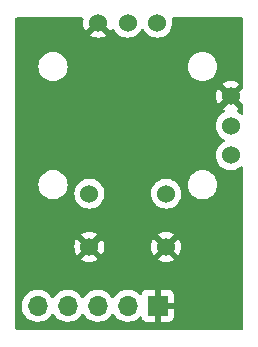
<source format=gbr>
%TF.GenerationSoftware,KiCad,Pcbnew,(6.0.1)*%
%TF.CreationDate,2022-04-14T00:08:53-05:00*%
%TF.ProjectId,THB001P,54484230-3031-4502-9e6b-696361645f70,rev?*%
%TF.SameCoordinates,Original*%
%TF.FileFunction,Copper,L2,Bot*%
%TF.FilePolarity,Positive*%
%FSLAX46Y46*%
G04 Gerber Fmt 4.6, Leading zero omitted, Abs format (unit mm)*
G04 Created by KiCad (PCBNEW (6.0.1)) date 2022-04-14 00:08:53*
%MOMM*%
%LPD*%
G01*
G04 APERTURE LIST*
%TA.AperFunction,ComponentPad*%
%ADD10R,1.700000X1.700000*%
%TD*%
%TA.AperFunction,ComponentPad*%
%ADD11O,1.700000X1.700000*%
%TD*%
%TA.AperFunction,ComponentPad*%
%ADD12C,1.524000*%
%TD*%
G04 APERTURE END LIST*
D10*
%TO.P,J1,1,Pin_1*%
%TO.N,GND*%
X111755000Y-124460000D03*
D11*
%TO.P,J1,2,Pin_2*%
%TO.N,+3V3*%
X109215000Y-124460000D03*
%TO.P,J1,3,Pin_3*%
%TO.N,/2*%
X106675000Y-124460000D03*
%TO.P,J1,4,Pin_4*%
%TO.N,/2'*%
X104135000Y-124460000D03*
%TO.P,J1,5,Pin_5*%
%TO.N,/Button*%
X101595000Y-124460000D03*
%TD*%
D12*
%TO.P,U1,1,1*%
%TO.N,+3V3*%
X111720000Y-100490000D03*
%TO.P,U1,1',1'*%
X117950000Y-111720000D03*
%TO.P,U1,2,2*%
%TO.N,/2*%
X109220000Y-100490000D03*
%TO.P,U1,2',2'*%
%TO.N,/2'*%
X117950000Y-109220000D03*
%TO.P,U1,3,3*%
%TO.N,GND*%
X106720000Y-100490000D03*
%TO.P,U1,3',3'*%
X117950000Y-106720000D03*
%TO.P,U1,a,a*%
%TO.N,/Button*%
X105970000Y-114970000D03*
%TO.P,U1,b,b*%
X112470000Y-114970000D03*
%TO.P,U1,c,c*%
%TO.N,GND*%
X105970000Y-119470000D03*
%TO.P,U1,d,d*%
X112470000Y-119470000D03*
%TD*%
%TA.AperFunction,Conductor*%
%TO.N,GND*%
G36*
X105427547Y-100068002D02*
G01*
X105474040Y-100121658D01*
X105484144Y-100191932D01*
X105481133Y-100206611D01*
X105465941Y-100263309D01*
X105464038Y-100274104D01*
X105445628Y-100484525D01*
X105445628Y-100495475D01*
X105464038Y-100705896D01*
X105465941Y-100716691D01*
X105520609Y-100920715D01*
X105524355Y-100931007D01*
X105613623Y-101122441D01*
X105619103Y-101131932D01*
X105649794Y-101175765D01*
X105660271Y-101184140D01*
X105673718Y-101177072D01*
X106630905Y-100219885D01*
X106693217Y-100185859D01*
X106764032Y-100190924D01*
X106809095Y-100219885D01*
X107767003Y-101177793D01*
X107778777Y-101184223D01*
X107790793Y-101174926D01*
X107820897Y-101131932D01*
X107826377Y-101122441D01*
X107855529Y-101059925D01*
X107902447Y-101006640D01*
X107970724Y-100987179D01*
X108038684Y-101007721D01*
X108083919Y-101059925D01*
X108113186Y-101122689D01*
X108113189Y-101122694D01*
X108115512Y-101127676D01*
X108118668Y-101132183D01*
X108118669Y-101132185D01*
X108155107Y-101184223D01*
X108243023Y-101309781D01*
X108400219Y-101466977D01*
X108404727Y-101470134D01*
X108404730Y-101470136D01*
X108480495Y-101523187D01*
X108582323Y-101594488D01*
X108587305Y-101596811D01*
X108587310Y-101596814D01*
X108777810Y-101685645D01*
X108783804Y-101688440D01*
X108789112Y-101689862D01*
X108789114Y-101689863D01*
X108854949Y-101707503D01*
X108998537Y-101745978D01*
X109220000Y-101765353D01*
X109441463Y-101745978D01*
X109585051Y-101707503D01*
X109650886Y-101689863D01*
X109650888Y-101689862D01*
X109656196Y-101688440D01*
X109662190Y-101685645D01*
X109852690Y-101596814D01*
X109852695Y-101596811D01*
X109857677Y-101594488D01*
X109959505Y-101523187D01*
X110035270Y-101470136D01*
X110035273Y-101470134D01*
X110039781Y-101466977D01*
X110196977Y-101309781D01*
X110284894Y-101184223D01*
X110321331Y-101132185D01*
X110321332Y-101132183D01*
X110324488Y-101127676D01*
X110326811Y-101122694D01*
X110326814Y-101122689D01*
X110355805Y-101060517D01*
X110402723Y-101007232D01*
X110471000Y-100987771D01*
X110538960Y-101008313D01*
X110584195Y-101060517D01*
X110613186Y-101122689D01*
X110613189Y-101122694D01*
X110615512Y-101127676D01*
X110618668Y-101132183D01*
X110618669Y-101132185D01*
X110655107Y-101184223D01*
X110743023Y-101309781D01*
X110900219Y-101466977D01*
X110904727Y-101470134D01*
X110904730Y-101470136D01*
X110980495Y-101523187D01*
X111082323Y-101594488D01*
X111087305Y-101596811D01*
X111087310Y-101596814D01*
X111277810Y-101685645D01*
X111283804Y-101688440D01*
X111289112Y-101689862D01*
X111289114Y-101689863D01*
X111354949Y-101707503D01*
X111498537Y-101745978D01*
X111720000Y-101765353D01*
X111941463Y-101745978D01*
X112085051Y-101707503D01*
X112150886Y-101689863D01*
X112150888Y-101689862D01*
X112156196Y-101688440D01*
X112162190Y-101685645D01*
X112352690Y-101596814D01*
X112352695Y-101596811D01*
X112357677Y-101594488D01*
X112459505Y-101523187D01*
X112535270Y-101470136D01*
X112535273Y-101470134D01*
X112539781Y-101466977D01*
X112696977Y-101309781D01*
X112784894Y-101184223D01*
X112821331Y-101132185D01*
X112821332Y-101132183D01*
X112824488Y-101127676D01*
X112826811Y-101122694D01*
X112826814Y-101122689D01*
X112916117Y-100931178D01*
X112916118Y-100931177D01*
X112918440Y-100926196D01*
X112975978Y-100711463D01*
X112995353Y-100490000D01*
X112975978Y-100268537D01*
X112959385Y-100206611D01*
X112961075Y-100135635D01*
X113000869Y-100076839D01*
X113066133Y-100048891D01*
X113081092Y-100048000D01*
X118866000Y-100048000D01*
X118934121Y-100068002D01*
X118980614Y-100121658D01*
X118992000Y-100174000D01*
X118992000Y-105985020D01*
X118971998Y-106053141D01*
X118955095Y-106074115D01*
X118322022Y-106707188D01*
X118314408Y-106721132D01*
X118314539Y-106722965D01*
X118318790Y-106729580D01*
X118955095Y-107365885D01*
X118989121Y-107428197D01*
X118992000Y-107454980D01*
X118992000Y-108161052D01*
X118971998Y-108229173D01*
X118918342Y-108275666D01*
X118848068Y-108285770D01*
X118783488Y-108256276D01*
X118776905Y-108250147D01*
X118769781Y-108243023D01*
X118765273Y-108239866D01*
X118765270Y-108239864D01*
X118689505Y-108186813D01*
X118587677Y-108115512D01*
X118582695Y-108113189D01*
X118582690Y-108113186D01*
X118519926Y-108083919D01*
X118466641Y-108037001D01*
X118447180Y-107968724D01*
X118467722Y-107900764D01*
X118519926Y-107855529D01*
X118582445Y-107826376D01*
X118591931Y-107820898D01*
X118635764Y-107790207D01*
X118644139Y-107779729D01*
X118637071Y-107766281D01*
X117962812Y-107092022D01*
X117948868Y-107084408D01*
X117947035Y-107084539D01*
X117940420Y-107088790D01*
X117262207Y-107767003D01*
X117255777Y-107778777D01*
X117265074Y-107790793D01*
X117308069Y-107820898D01*
X117317555Y-107826376D01*
X117380075Y-107855529D01*
X117433360Y-107902446D01*
X117452821Y-107970723D01*
X117432279Y-108038683D01*
X117380075Y-108083919D01*
X117317311Y-108113186D01*
X117317306Y-108113189D01*
X117312324Y-108115512D01*
X117307817Y-108118668D01*
X117307815Y-108118669D01*
X117134730Y-108239864D01*
X117134727Y-108239866D01*
X117130219Y-108243023D01*
X116973023Y-108400219D01*
X116969866Y-108404727D01*
X116969864Y-108404730D01*
X116848669Y-108577815D01*
X116845512Y-108582324D01*
X116843189Y-108587306D01*
X116843186Y-108587311D01*
X116753883Y-108778822D01*
X116751560Y-108783804D01*
X116694022Y-108998537D01*
X116674647Y-109220000D01*
X116694022Y-109441463D01*
X116751560Y-109656196D01*
X116753882Y-109661177D01*
X116753883Y-109661178D01*
X116843186Y-109852689D01*
X116843189Y-109852694D01*
X116845512Y-109857676D01*
X116848668Y-109862183D01*
X116848669Y-109862185D01*
X116908000Y-109946918D01*
X116973023Y-110039781D01*
X117130219Y-110196977D01*
X117134727Y-110200134D01*
X117134730Y-110200136D01*
X117210495Y-110253187D01*
X117312323Y-110324488D01*
X117317305Y-110326811D01*
X117317310Y-110326814D01*
X117379483Y-110355805D01*
X117432768Y-110402722D01*
X117452229Y-110470999D01*
X117431687Y-110538959D01*
X117379483Y-110584195D01*
X117317311Y-110613186D01*
X117317306Y-110613189D01*
X117312324Y-110615512D01*
X117307817Y-110618668D01*
X117307815Y-110618669D01*
X117134730Y-110739864D01*
X117134727Y-110739866D01*
X117130219Y-110743023D01*
X116973023Y-110900219D01*
X116969866Y-110904727D01*
X116969864Y-110904730D01*
X116848669Y-111077815D01*
X116845512Y-111082324D01*
X116843189Y-111087306D01*
X116843186Y-111087311D01*
X116753883Y-111278822D01*
X116751560Y-111283804D01*
X116694022Y-111498537D01*
X116674647Y-111720000D01*
X116694022Y-111941463D01*
X116751560Y-112156196D01*
X116753882Y-112161177D01*
X116753883Y-112161178D01*
X116843186Y-112352689D01*
X116843189Y-112352694D01*
X116845512Y-112357676D01*
X116848668Y-112362183D01*
X116848669Y-112362185D01*
X116908000Y-112446918D01*
X116973023Y-112539781D01*
X117130219Y-112696977D01*
X117134727Y-112700134D01*
X117134730Y-112700136D01*
X117210495Y-112753187D01*
X117312323Y-112824488D01*
X117317305Y-112826811D01*
X117317310Y-112826814D01*
X117508822Y-112916117D01*
X117513804Y-112918440D01*
X117519112Y-112919862D01*
X117519114Y-112919863D01*
X117584949Y-112937503D01*
X117728537Y-112975978D01*
X117950000Y-112995353D01*
X118171463Y-112975978D01*
X118315051Y-112937503D01*
X118380886Y-112919863D01*
X118380888Y-112919862D01*
X118386196Y-112918440D01*
X118391178Y-112916117D01*
X118582690Y-112826814D01*
X118582695Y-112826811D01*
X118587677Y-112824488D01*
X118689505Y-112753187D01*
X118765270Y-112700136D01*
X118765273Y-112700134D01*
X118769781Y-112696977D01*
X118776905Y-112689853D01*
X118839217Y-112655827D01*
X118910032Y-112660892D01*
X118966868Y-112703439D01*
X118991679Y-112769959D01*
X118992000Y-112778948D01*
X118992000Y-126366000D01*
X118971998Y-126434121D01*
X118918342Y-126480614D01*
X118866000Y-126492000D01*
X99814000Y-126492000D01*
X99745879Y-126471998D01*
X99699386Y-126418342D01*
X99688000Y-126366000D01*
X99688000Y-124426695D01*
X100232251Y-124426695D01*
X100245110Y-124649715D01*
X100246247Y-124654761D01*
X100246248Y-124654767D01*
X100260606Y-124718475D01*
X100294222Y-124867639D01*
X100378266Y-125074616D01*
X100429942Y-125158944D01*
X100492291Y-125260688D01*
X100494987Y-125265088D01*
X100641250Y-125433938D01*
X100813126Y-125576632D01*
X101006000Y-125689338D01*
X101214692Y-125769030D01*
X101219760Y-125770061D01*
X101219763Y-125770062D01*
X101327017Y-125791883D01*
X101433597Y-125813567D01*
X101438772Y-125813757D01*
X101438774Y-125813757D01*
X101651673Y-125821564D01*
X101651677Y-125821564D01*
X101656837Y-125821753D01*
X101661957Y-125821097D01*
X101661959Y-125821097D01*
X101873288Y-125794025D01*
X101873289Y-125794025D01*
X101878416Y-125793368D01*
X101883366Y-125791883D01*
X102087429Y-125730661D01*
X102087434Y-125730659D01*
X102092384Y-125729174D01*
X102292994Y-125630896D01*
X102474860Y-125501173D01*
X102633096Y-125343489D01*
X102692594Y-125260689D01*
X102763453Y-125162077D01*
X102764776Y-125163028D01*
X102811645Y-125119857D01*
X102881580Y-125107625D01*
X102947026Y-125135144D01*
X102974875Y-125166994D01*
X103034987Y-125265088D01*
X103181250Y-125433938D01*
X103353126Y-125576632D01*
X103546000Y-125689338D01*
X103754692Y-125769030D01*
X103759760Y-125770061D01*
X103759763Y-125770062D01*
X103867017Y-125791883D01*
X103973597Y-125813567D01*
X103978772Y-125813757D01*
X103978774Y-125813757D01*
X104191673Y-125821564D01*
X104191677Y-125821564D01*
X104196837Y-125821753D01*
X104201957Y-125821097D01*
X104201959Y-125821097D01*
X104413288Y-125794025D01*
X104413289Y-125794025D01*
X104418416Y-125793368D01*
X104423366Y-125791883D01*
X104627429Y-125730661D01*
X104627434Y-125730659D01*
X104632384Y-125729174D01*
X104832994Y-125630896D01*
X105014860Y-125501173D01*
X105173096Y-125343489D01*
X105232594Y-125260689D01*
X105303453Y-125162077D01*
X105304776Y-125163028D01*
X105351645Y-125119857D01*
X105421580Y-125107625D01*
X105487026Y-125135144D01*
X105514875Y-125166994D01*
X105574987Y-125265088D01*
X105721250Y-125433938D01*
X105893126Y-125576632D01*
X106086000Y-125689338D01*
X106294692Y-125769030D01*
X106299760Y-125770061D01*
X106299763Y-125770062D01*
X106407017Y-125791883D01*
X106513597Y-125813567D01*
X106518772Y-125813757D01*
X106518774Y-125813757D01*
X106731673Y-125821564D01*
X106731677Y-125821564D01*
X106736837Y-125821753D01*
X106741957Y-125821097D01*
X106741959Y-125821097D01*
X106953288Y-125794025D01*
X106953289Y-125794025D01*
X106958416Y-125793368D01*
X106963366Y-125791883D01*
X107167429Y-125730661D01*
X107167434Y-125730659D01*
X107172384Y-125729174D01*
X107372994Y-125630896D01*
X107554860Y-125501173D01*
X107713096Y-125343489D01*
X107772594Y-125260689D01*
X107843453Y-125162077D01*
X107844776Y-125163028D01*
X107891645Y-125119857D01*
X107961580Y-125107625D01*
X108027026Y-125135144D01*
X108054875Y-125166994D01*
X108114987Y-125265088D01*
X108261250Y-125433938D01*
X108433126Y-125576632D01*
X108626000Y-125689338D01*
X108834692Y-125769030D01*
X108839760Y-125770061D01*
X108839763Y-125770062D01*
X108947017Y-125791883D01*
X109053597Y-125813567D01*
X109058772Y-125813757D01*
X109058774Y-125813757D01*
X109271673Y-125821564D01*
X109271677Y-125821564D01*
X109276837Y-125821753D01*
X109281957Y-125821097D01*
X109281959Y-125821097D01*
X109493288Y-125794025D01*
X109493289Y-125794025D01*
X109498416Y-125793368D01*
X109503366Y-125791883D01*
X109707429Y-125730661D01*
X109707434Y-125730659D01*
X109712384Y-125729174D01*
X109912994Y-125630896D01*
X110094860Y-125501173D01*
X110162331Y-125433938D01*
X110203479Y-125392933D01*
X110265851Y-125359017D01*
X110336658Y-125364205D01*
X110393419Y-125406851D01*
X110410401Y-125437954D01*
X110451676Y-125548054D01*
X110460214Y-125563649D01*
X110536715Y-125665724D01*
X110549276Y-125678285D01*
X110651351Y-125754786D01*
X110666946Y-125763324D01*
X110787394Y-125808478D01*
X110802649Y-125812105D01*
X110853514Y-125817631D01*
X110860328Y-125818000D01*
X111482885Y-125818000D01*
X111498124Y-125813525D01*
X111499329Y-125812135D01*
X111501000Y-125804452D01*
X111501000Y-125799884D01*
X112009000Y-125799884D01*
X112013475Y-125815123D01*
X112014865Y-125816328D01*
X112022548Y-125817999D01*
X112649669Y-125817999D01*
X112656490Y-125817629D01*
X112707352Y-125812105D01*
X112722604Y-125808479D01*
X112843054Y-125763324D01*
X112858649Y-125754786D01*
X112960724Y-125678285D01*
X112973285Y-125665724D01*
X113049786Y-125563649D01*
X113058324Y-125548054D01*
X113103478Y-125427606D01*
X113107105Y-125412351D01*
X113112631Y-125361486D01*
X113113000Y-125354672D01*
X113113000Y-124732115D01*
X113108525Y-124716876D01*
X113107135Y-124715671D01*
X113099452Y-124714000D01*
X112027115Y-124714000D01*
X112011876Y-124718475D01*
X112010671Y-124719865D01*
X112009000Y-124727548D01*
X112009000Y-125799884D01*
X111501000Y-125799884D01*
X111501000Y-124187885D01*
X112009000Y-124187885D01*
X112013475Y-124203124D01*
X112014865Y-124204329D01*
X112022548Y-124206000D01*
X113094884Y-124206000D01*
X113110123Y-124201525D01*
X113111328Y-124200135D01*
X113112999Y-124192452D01*
X113112999Y-123565331D01*
X113112629Y-123558510D01*
X113107105Y-123507648D01*
X113103479Y-123492396D01*
X113058324Y-123371946D01*
X113049786Y-123356351D01*
X112973285Y-123254276D01*
X112960724Y-123241715D01*
X112858649Y-123165214D01*
X112843054Y-123156676D01*
X112722606Y-123111522D01*
X112707351Y-123107895D01*
X112656486Y-123102369D01*
X112649672Y-123102000D01*
X112027115Y-123102000D01*
X112011876Y-123106475D01*
X112010671Y-123107865D01*
X112009000Y-123115548D01*
X112009000Y-124187885D01*
X111501000Y-124187885D01*
X111501000Y-123120116D01*
X111496525Y-123104877D01*
X111495135Y-123103672D01*
X111487452Y-123102001D01*
X110860331Y-123102001D01*
X110853510Y-123102371D01*
X110802648Y-123107895D01*
X110787396Y-123111521D01*
X110666946Y-123156676D01*
X110651351Y-123165214D01*
X110549276Y-123241715D01*
X110536715Y-123254276D01*
X110460214Y-123356351D01*
X110451676Y-123371946D01*
X110410297Y-123482322D01*
X110367655Y-123539087D01*
X110301093Y-123563786D01*
X110231744Y-123548578D01*
X110199121Y-123522891D01*
X110148151Y-123466876D01*
X110148145Y-123466870D01*
X110144670Y-123463051D01*
X110140619Y-123459852D01*
X110140615Y-123459848D01*
X109973414Y-123327800D01*
X109973410Y-123327798D01*
X109969359Y-123324598D01*
X109773789Y-123216638D01*
X109768920Y-123214914D01*
X109768916Y-123214912D01*
X109568087Y-123143795D01*
X109568083Y-123143794D01*
X109563212Y-123142069D01*
X109558119Y-123141162D01*
X109558116Y-123141161D01*
X109348373Y-123103800D01*
X109348367Y-123103799D01*
X109343284Y-123102894D01*
X109269452Y-123101992D01*
X109125081Y-123100228D01*
X109125079Y-123100228D01*
X109119911Y-123100165D01*
X108899091Y-123133955D01*
X108686756Y-123203357D01*
X108488607Y-123306507D01*
X108484474Y-123309610D01*
X108484471Y-123309612D01*
X108401450Y-123371946D01*
X108309965Y-123440635D01*
X108155629Y-123602138D01*
X108048201Y-123759621D01*
X107993293Y-123804621D01*
X107922768Y-123812792D01*
X107859021Y-123781538D01*
X107838324Y-123757054D01*
X107757822Y-123632617D01*
X107757820Y-123632614D01*
X107755014Y-123628277D01*
X107604670Y-123463051D01*
X107600619Y-123459852D01*
X107600615Y-123459848D01*
X107433414Y-123327800D01*
X107433410Y-123327798D01*
X107429359Y-123324598D01*
X107233789Y-123216638D01*
X107228920Y-123214914D01*
X107228916Y-123214912D01*
X107028087Y-123143795D01*
X107028083Y-123143794D01*
X107023212Y-123142069D01*
X107018119Y-123141162D01*
X107018116Y-123141161D01*
X106808373Y-123103800D01*
X106808367Y-123103799D01*
X106803284Y-123102894D01*
X106729452Y-123101992D01*
X106585081Y-123100228D01*
X106585079Y-123100228D01*
X106579911Y-123100165D01*
X106359091Y-123133955D01*
X106146756Y-123203357D01*
X105948607Y-123306507D01*
X105944474Y-123309610D01*
X105944471Y-123309612D01*
X105861450Y-123371946D01*
X105769965Y-123440635D01*
X105615629Y-123602138D01*
X105508201Y-123759621D01*
X105453293Y-123804621D01*
X105382768Y-123812792D01*
X105319021Y-123781538D01*
X105298324Y-123757054D01*
X105217822Y-123632617D01*
X105217820Y-123632614D01*
X105215014Y-123628277D01*
X105064670Y-123463051D01*
X105060619Y-123459852D01*
X105060615Y-123459848D01*
X104893414Y-123327800D01*
X104893410Y-123327798D01*
X104889359Y-123324598D01*
X104693789Y-123216638D01*
X104688920Y-123214914D01*
X104688916Y-123214912D01*
X104488087Y-123143795D01*
X104488083Y-123143794D01*
X104483212Y-123142069D01*
X104478119Y-123141162D01*
X104478116Y-123141161D01*
X104268373Y-123103800D01*
X104268367Y-123103799D01*
X104263284Y-123102894D01*
X104189452Y-123101992D01*
X104045081Y-123100228D01*
X104045079Y-123100228D01*
X104039911Y-123100165D01*
X103819091Y-123133955D01*
X103606756Y-123203357D01*
X103408607Y-123306507D01*
X103404474Y-123309610D01*
X103404471Y-123309612D01*
X103321450Y-123371946D01*
X103229965Y-123440635D01*
X103075629Y-123602138D01*
X102968201Y-123759621D01*
X102913293Y-123804621D01*
X102842768Y-123812792D01*
X102779021Y-123781538D01*
X102758324Y-123757054D01*
X102677822Y-123632617D01*
X102677820Y-123632614D01*
X102675014Y-123628277D01*
X102524670Y-123463051D01*
X102520619Y-123459852D01*
X102520615Y-123459848D01*
X102353414Y-123327800D01*
X102353410Y-123327798D01*
X102349359Y-123324598D01*
X102153789Y-123216638D01*
X102148920Y-123214914D01*
X102148916Y-123214912D01*
X101948087Y-123143795D01*
X101948083Y-123143794D01*
X101943212Y-123142069D01*
X101938119Y-123141162D01*
X101938116Y-123141161D01*
X101728373Y-123103800D01*
X101728367Y-123103799D01*
X101723284Y-123102894D01*
X101649452Y-123101992D01*
X101505081Y-123100228D01*
X101505079Y-123100228D01*
X101499911Y-123100165D01*
X101279091Y-123133955D01*
X101066756Y-123203357D01*
X100868607Y-123306507D01*
X100864474Y-123309610D01*
X100864471Y-123309612D01*
X100781450Y-123371946D01*
X100689965Y-123440635D01*
X100535629Y-123602138D01*
X100409743Y-123786680D01*
X100315688Y-123989305D01*
X100255989Y-124204570D01*
X100232251Y-124426695D01*
X99688000Y-124426695D01*
X99688000Y-120528777D01*
X105275777Y-120528777D01*
X105285074Y-120540793D01*
X105328069Y-120570898D01*
X105337555Y-120576376D01*
X105528993Y-120665645D01*
X105539285Y-120669391D01*
X105743309Y-120724059D01*
X105754104Y-120725962D01*
X105964525Y-120744372D01*
X105975475Y-120744372D01*
X106185896Y-120725962D01*
X106196691Y-120724059D01*
X106400715Y-120669391D01*
X106411007Y-120665645D01*
X106602445Y-120576376D01*
X106611931Y-120570898D01*
X106655764Y-120540207D01*
X106664139Y-120529729D01*
X106663639Y-120528777D01*
X111775777Y-120528777D01*
X111785074Y-120540793D01*
X111828069Y-120570898D01*
X111837555Y-120576376D01*
X112028993Y-120665645D01*
X112039285Y-120669391D01*
X112243309Y-120724059D01*
X112254104Y-120725962D01*
X112464525Y-120744372D01*
X112475475Y-120744372D01*
X112685896Y-120725962D01*
X112696691Y-120724059D01*
X112900715Y-120669391D01*
X112911007Y-120665645D01*
X113102445Y-120576376D01*
X113111931Y-120570898D01*
X113155764Y-120540207D01*
X113164139Y-120529729D01*
X113157071Y-120516281D01*
X112482812Y-119842022D01*
X112468868Y-119834408D01*
X112467035Y-119834539D01*
X112460420Y-119838790D01*
X111782207Y-120517003D01*
X111775777Y-120528777D01*
X106663639Y-120528777D01*
X106657071Y-120516281D01*
X105982812Y-119842022D01*
X105968868Y-119834408D01*
X105967035Y-119834539D01*
X105960420Y-119838790D01*
X105282207Y-120517003D01*
X105275777Y-120528777D01*
X99688000Y-120528777D01*
X99688000Y-119475475D01*
X104695628Y-119475475D01*
X104714038Y-119685896D01*
X104715941Y-119696691D01*
X104770609Y-119900715D01*
X104774355Y-119911007D01*
X104863623Y-120102441D01*
X104869103Y-120111932D01*
X104899794Y-120155765D01*
X104910271Y-120164140D01*
X104923718Y-120157072D01*
X105597978Y-119482812D01*
X105604356Y-119471132D01*
X106334408Y-119471132D01*
X106334539Y-119472965D01*
X106338790Y-119479580D01*
X107017003Y-120157793D01*
X107028777Y-120164223D01*
X107040793Y-120154926D01*
X107070897Y-120111932D01*
X107076377Y-120102441D01*
X107165645Y-119911007D01*
X107169391Y-119900715D01*
X107224059Y-119696691D01*
X107225962Y-119685896D01*
X107244372Y-119475475D01*
X111195628Y-119475475D01*
X111214038Y-119685896D01*
X111215941Y-119696691D01*
X111270609Y-119900715D01*
X111274355Y-119911007D01*
X111363623Y-120102441D01*
X111369103Y-120111932D01*
X111399794Y-120155765D01*
X111410271Y-120164140D01*
X111423718Y-120157072D01*
X112097978Y-119482812D01*
X112104356Y-119471132D01*
X112834408Y-119471132D01*
X112834539Y-119472965D01*
X112838790Y-119479580D01*
X113517003Y-120157793D01*
X113528777Y-120164223D01*
X113540793Y-120154926D01*
X113570897Y-120111932D01*
X113576377Y-120102441D01*
X113665645Y-119911007D01*
X113669391Y-119900715D01*
X113724059Y-119696691D01*
X113725962Y-119685896D01*
X113744372Y-119475475D01*
X113744372Y-119464525D01*
X113725962Y-119254104D01*
X113724059Y-119243309D01*
X113669391Y-119039285D01*
X113665645Y-119028993D01*
X113576377Y-118837559D01*
X113570897Y-118828068D01*
X113540206Y-118784235D01*
X113529729Y-118775860D01*
X113516282Y-118782928D01*
X112842022Y-119457188D01*
X112834408Y-119471132D01*
X112104356Y-119471132D01*
X112105592Y-119468868D01*
X112105461Y-119467035D01*
X112101210Y-119460420D01*
X111422997Y-118782207D01*
X111411223Y-118775777D01*
X111399207Y-118785074D01*
X111369103Y-118828068D01*
X111363623Y-118837559D01*
X111274355Y-119028993D01*
X111270609Y-119039285D01*
X111215941Y-119243309D01*
X111214038Y-119254104D01*
X111195628Y-119464525D01*
X111195628Y-119475475D01*
X107244372Y-119475475D01*
X107244372Y-119464525D01*
X107225962Y-119254104D01*
X107224059Y-119243309D01*
X107169391Y-119039285D01*
X107165645Y-119028993D01*
X107076377Y-118837559D01*
X107070897Y-118828068D01*
X107040206Y-118784235D01*
X107029729Y-118775860D01*
X107016282Y-118782928D01*
X106342022Y-119457188D01*
X106334408Y-119471132D01*
X105604356Y-119471132D01*
X105605592Y-119468868D01*
X105605461Y-119467035D01*
X105601210Y-119460420D01*
X104922997Y-118782207D01*
X104911223Y-118775777D01*
X104899207Y-118785074D01*
X104869103Y-118828068D01*
X104863623Y-118837559D01*
X104774355Y-119028993D01*
X104770609Y-119039285D01*
X104715941Y-119243309D01*
X104714038Y-119254104D01*
X104695628Y-119464525D01*
X104695628Y-119475475D01*
X99688000Y-119475475D01*
X99688000Y-118410271D01*
X105275860Y-118410271D01*
X105282928Y-118423718D01*
X105957188Y-119097978D01*
X105971132Y-119105592D01*
X105972965Y-119105461D01*
X105979580Y-119101210D01*
X106657793Y-118422997D01*
X106664223Y-118411223D01*
X106663486Y-118410271D01*
X111775860Y-118410271D01*
X111782928Y-118423718D01*
X112457188Y-119097978D01*
X112471132Y-119105592D01*
X112472965Y-119105461D01*
X112479580Y-119101210D01*
X113157793Y-118422997D01*
X113164223Y-118411223D01*
X113154926Y-118399207D01*
X113111931Y-118369102D01*
X113102445Y-118363624D01*
X112911007Y-118274355D01*
X112900715Y-118270609D01*
X112696691Y-118215941D01*
X112685896Y-118214038D01*
X112475475Y-118195628D01*
X112464525Y-118195628D01*
X112254104Y-118214038D01*
X112243309Y-118215941D01*
X112039285Y-118270609D01*
X112028993Y-118274355D01*
X111837559Y-118363623D01*
X111828068Y-118369103D01*
X111784235Y-118399794D01*
X111775860Y-118410271D01*
X106663486Y-118410271D01*
X106654926Y-118399207D01*
X106611931Y-118369102D01*
X106602445Y-118363624D01*
X106411007Y-118274355D01*
X106400715Y-118270609D01*
X106196691Y-118215941D01*
X106185896Y-118214038D01*
X105975475Y-118195628D01*
X105964525Y-118195628D01*
X105754104Y-118214038D01*
X105743309Y-118215941D01*
X105539285Y-118270609D01*
X105528993Y-118274355D01*
X105337559Y-118363623D01*
X105328068Y-118369103D01*
X105284235Y-118399794D01*
X105275860Y-118410271D01*
X99688000Y-118410271D01*
X99688000Y-114220000D01*
X101657290Y-114220000D01*
X101676094Y-114434926D01*
X101731933Y-114643322D01*
X101734255Y-114648302D01*
X101734256Y-114648304D01*
X101783551Y-114754016D01*
X101823112Y-114838855D01*
X101946859Y-115015585D01*
X102099415Y-115168141D01*
X102276145Y-115291888D01*
X102281123Y-115294209D01*
X102281126Y-115294211D01*
X102466696Y-115380744D01*
X102471678Y-115383067D01*
X102476986Y-115384489D01*
X102476988Y-115384490D01*
X102674759Y-115437482D01*
X102674760Y-115437482D01*
X102680074Y-115438906D01*
X102895000Y-115457710D01*
X103109926Y-115438906D01*
X103115240Y-115437482D01*
X103115241Y-115437482D01*
X103313012Y-115384490D01*
X103313014Y-115384489D01*
X103318322Y-115383067D01*
X103323304Y-115380744D01*
X103508874Y-115294211D01*
X103508877Y-115294209D01*
X103513855Y-115291888D01*
X103690585Y-115168141D01*
X103843141Y-115015585D01*
X103875060Y-114970000D01*
X104694647Y-114970000D01*
X104714022Y-115191463D01*
X104752497Y-115335051D01*
X104765363Y-115383067D01*
X104771560Y-115406196D01*
X104773882Y-115411177D01*
X104773883Y-115411178D01*
X104863186Y-115602689D01*
X104863189Y-115602694D01*
X104865512Y-115607676D01*
X104993023Y-115789781D01*
X105150219Y-115946977D01*
X105154727Y-115950134D01*
X105154730Y-115950136D01*
X105230495Y-116003187D01*
X105332323Y-116074488D01*
X105337305Y-116076811D01*
X105337310Y-116076814D01*
X105528822Y-116166117D01*
X105533804Y-116168440D01*
X105539112Y-116169862D01*
X105539114Y-116169863D01*
X105604949Y-116187503D01*
X105748537Y-116225978D01*
X105970000Y-116245353D01*
X106191463Y-116225978D01*
X106335051Y-116187503D01*
X106400886Y-116169863D01*
X106400888Y-116169862D01*
X106406196Y-116168440D01*
X106411178Y-116166117D01*
X106602690Y-116076814D01*
X106602695Y-116076811D01*
X106607677Y-116074488D01*
X106709505Y-116003187D01*
X106785270Y-115950136D01*
X106785273Y-115950134D01*
X106789781Y-115946977D01*
X106946977Y-115789781D01*
X107074488Y-115607676D01*
X107076811Y-115602694D01*
X107076814Y-115602689D01*
X107166117Y-115411178D01*
X107166118Y-115411177D01*
X107168440Y-115406196D01*
X107174638Y-115383067D01*
X107187503Y-115335051D01*
X107225978Y-115191463D01*
X107245353Y-114970000D01*
X111194647Y-114970000D01*
X111214022Y-115191463D01*
X111252497Y-115335051D01*
X111265363Y-115383067D01*
X111271560Y-115406196D01*
X111273882Y-115411177D01*
X111273883Y-115411178D01*
X111363186Y-115602689D01*
X111363189Y-115602694D01*
X111365512Y-115607676D01*
X111493023Y-115789781D01*
X111650219Y-115946977D01*
X111654727Y-115950134D01*
X111654730Y-115950136D01*
X111730495Y-116003187D01*
X111832323Y-116074488D01*
X111837305Y-116076811D01*
X111837310Y-116076814D01*
X112028822Y-116166117D01*
X112033804Y-116168440D01*
X112039112Y-116169862D01*
X112039114Y-116169863D01*
X112104949Y-116187503D01*
X112248537Y-116225978D01*
X112470000Y-116245353D01*
X112691463Y-116225978D01*
X112835051Y-116187503D01*
X112900886Y-116169863D01*
X112900888Y-116169862D01*
X112906196Y-116168440D01*
X112911178Y-116166117D01*
X113102690Y-116076814D01*
X113102695Y-116076811D01*
X113107677Y-116074488D01*
X113209505Y-116003187D01*
X113285270Y-115950136D01*
X113285273Y-115950134D01*
X113289781Y-115946977D01*
X113446977Y-115789781D01*
X113574488Y-115607676D01*
X113576811Y-115602694D01*
X113576814Y-115602689D01*
X113666117Y-115411178D01*
X113666118Y-115411177D01*
X113668440Y-115406196D01*
X113674638Y-115383067D01*
X113687503Y-115335051D01*
X113725978Y-115191463D01*
X113745353Y-114970000D01*
X113725978Y-114748537D01*
X113668440Y-114533804D01*
X113624811Y-114440241D01*
X113576814Y-114337311D01*
X113576811Y-114337306D01*
X113574488Y-114332324D01*
X113495838Y-114220000D01*
X114307290Y-114220000D01*
X114326094Y-114434926D01*
X114381933Y-114643322D01*
X114384255Y-114648302D01*
X114384256Y-114648304D01*
X114433551Y-114754016D01*
X114473112Y-114838855D01*
X114596859Y-115015585D01*
X114749415Y-115168141D01*
X114926145Y-115291888D01*
X114931123Y-115294209D01*
X114931126Y-115294211D01*
X115116696Y-115380744D01*
X115121678Y-115383067D01*
X115126986Y-115384489D01*
X115126988Y-115384490D01*
X115324759Y-115437482D01*
X115324760Y-115437482D01*
X115330074Y-115438906D01*
X115545000Y-115457710D01*
X115759926Y-115438906D01*
X115765240Y-115437482D01*
X115765241Y-115437482D01*
X115963012Y-115384490D01*
X115963014Y-115384489D01*
X115968322Y-115383067D01*
X115973304Y-115380744D01*
X116158874Y-115294211D01*
X116158877Y-115294209D01*
X116163855Y-115291888D01*
X116340585Y-115168141D01*
X116493141Y-115015585D01*
X116616888Y-114838855D01*
X116656450Y-114754016D01*
X116705744Y-114648304D01*
X116705745Y-114648302D01*
X116708067Y-114643322D01*
X116763906Y-114434926D01*
X116782710Y-114220000D01*
X116763906Y-114005074D01*
X116708067Y-113796678D01*
X116705744Y-113791696D01*
X116619211Y-113606126D01*
X116619209Y-113606123D01*
X116616888Y-113601145D01*
X116493141Y-113424415D01*
X116340585Y-113271859D01*
X116163855Y-113148112D01*
X116158877Y-113145791D01*
X116158874Y-113145789D01*
X115973304Y-113059256D01*
X115973302Y-113059255D01*
X115968322Y-113056933D01*
X115963014Y-113055511D01*
X115963012Y-113055510D01*
X115765241Y-113002518D01*
X115765240Y-113002518D01*
X115759926Y-113001094D01*
X115545000Y-112982290D01*
X115330074Y-113001094D01*
X115324760Y-113002518D01*
X115324759Y-113002518D01*
X115126988Y-113055510D01*
X115126986Y-113055511D01*
X115121678Y-113056933D01*
X115116698Y-113059255D01*
X115116696Y-113059256D01*
X114931126Y-113145789D01*
X114931123Y-113145791D01*
X114926145Y-113148112D01*
X114749415Y-113271859D01*
X114596859Y-113424415D01*
X114473112Y-113601145D01*
X114470791Y-113606123D01*
X114470789Y-113606126D01*
X114384256Y-113791696D01*
X114381933Y-113796678D01*
X114326094Y-114005074D01*
X114307290Y-114220000D01*
X113495838Y-114220000D01*
X113450136Y-114154730D01*
X113450134Y-114154727D01*
X113446977Y-114150219D01*
X113289781Y-113993023D01*
X113285273Y-113989866D01*
X113285270Y-113989864D01*
X113209505Y-113936813D01*
X113107677Y-113865512D01*
X113102695Y-113863189D01*
X113102690Y-113863186D01*
X112911178Y-113773883D01*
X112911177Y-113773882D01*
X112906196Y-113771560D01*
X112900888Y-113770138D01*
X112900886Y-113770137D01*
X112835051Y-113752497D01*
X112691463Y-113714022D01*
X112470000Y-113694647D01*
X112248537Y-113714022D01*
X112104949Y-113752497D01*
X112039114Y-113770137D01*
X112039112Y-113770138D01*
X112033804Y-113771560D01*
X112028823Y-113773882D01*
X112028822Y-113773883D01*
X111837311Y-113863186D01*
X111837306Y-113863189D01*
X111832324Y-113865512D01*
X111827817Y-113868668D01*
X111827815Y-113868669D01*
X111654730Y-113989864D01*
X111654727Y-113989866D01*
X111650219Y-113993023D01*
X111493023Y-114150219D01*
X111489866Y-114154727D01*
X111489864Y-114154730D01*
X111444162Y-114220000D01*
X111365512Y-114332324D01*
X111363189Y-114337306D01*
X111363186Y-114337311D01*
X111315189Y-114440241D01*
X111271560Y-114533804D01*
X111214022Y-114748537D01*
X111194647Y-114970000D01*
X107245353Y-114970000D01*
X107225978Y-114748537D01*
X107168440Y-114533804D01*
X107124811Y-114440241D01*
X107076814Y-114337311D01*
X107076811Y-114337306D01*
X107074488Y-114332324D01*
X106995838Y-114220000D01*
X106950136Y-114154730D01*
X106950134Y-114154727D01*
X106946977Y-114150219D01*
X106789781Y-113993023D01*
X106785273Y-113989866D01*
X106785270Y-113989864D01*
X106709505Y-113936813D01*
X106607677Y-113865512D01*
X106602695Y-113863189D01*
X106602690Y-113863186D01*
X106411178Y-113773883D01*
X106411177Y-113773882D01*
X106406196Y-113771560D01*
X106400888Y-113770138D01*
X106400886Y-113770137D01*
X106335051Y-113752497D01*
X106191463Y-113714022D01*
X105970000Y-113694647D01*
X105748537Y-113714022D01*
X105604949Y-113752497D01*
X105539114Y-113770137D01*
X105539112Y-113770138D01*
X105533804Y-113771560D01*
X105528823Y-113773882D01*
X105528822Y-113773883D01*
X105337311Y-113863186D01*
X105337306Y-113863189D01*
X105332324Y-113865512D01*
X105327817Y-113868668D01*
X105327815Y-113868669D01*
X105154730Y-113989864D01*
X105154727Y-113989866D01*
X105150219Y-113993023D01*
X104993023Y-114150219D01*
X104989866Y-114154727D01*
X104989864Y-114154730D01*
X104944162Y-114220000D01*
X104865512Y-114332324D01*
X104863189Y-114337306D01*
X104863186Y-114337311D01*
X104815189Y-114440241D01*
X104771560Y-114533804D01*
X104714022Y-114748537D01*
X104694647Y-114970000D01*
X103875060Y-114970000D01*
X103966888Y-114838855D01*
X104006450Y-114754016D01*
X104055744Y-114648304D01*
X104055745Y-114648302D01*
X104058067Y-114643322D01*
X104113906Y-114434926D01*
X104132710Y-114220000D01*
X104113906Y-114005074D01*
X104058067Y-113796678D01*
X104055744Y-113791696D01*
X103969211Y-113606126D01*
X103969209Y-113606123D01*
X103966888Y-113601145D01*
X103843141Y-113424415D01*
X103690585Y-113271859D01*
X103513855Y-113148112D01*
X103508877Y-113145791D01*
X103508874Y-113145789D01*
X103323304Y-113059256D01*
X103323302Y-113059255D01*
X103318322Y-113056933D01*
X103313014Y-113055511D01*
X103313012Y-113055510D01*
X103115241Y-113002518D01*
X103115240Y-113002518D01*
X103109926Y-113001094D01*
X102895000Y-112982290D01*
X102680074Y-113001094D01*
X102674760Y-113002518D01*
X102674759Y-113002518D01*
X102476988Y-113055510D01*
X102476986Y-113055511D01*
X102471678Y-113056933D01*
X102466698Y-113059255D01*
X102466696Y-113059256D01*
X102281126Y-113145789D01*
X102281123Y-113145791D01*
X102276145Y-113148112D01*
X102099415Y-113271859D01*
X101946859Y-113424415D01*
X101823112Y-113601145D01*
X101820791Y-113606123D01*
X101820789Y-113606126D01*
X101734256Y-113791696D01*
X101731933Y-113796678D01*
X101676094Y-114005074D01*
X101657290Y-114220000D01*
X99688000Y-114220000D01*
X99688000Y-106725475D01*
X116675628Y-106725475D01*
X116694038Y-106935896D01*
X116695941Y-106946691D01*
X116750609Y-107150715D01*
X116754355Y-107161007D01*
X116843623Y-107352441D01*
X116849103Y-107361932D01*
X116879794Y-107405765D01*
X116890271Y-107414140D01*
X116903718Y-107407072D01*
X117577978Y-106732812D01*
X117585592Y-106718868D01*
X117585461Y-106717035D01*
X117581210Y-106710420D01*
X116902997Y-106032207D01*
X116891223Y-106025777D01*
X116879207Y-106035074D01*
X116849103Y-106078068D01*
X116843623Y-106087559D01*
X116754355Y-106278993D01*
X116750609Y-106289285D01*
X116695941Y-106493309D01*
X116694038Y-106504104D01*
X116675628Y-106714525D01*
X116675628Y-106725475D01*
X99688000Y-106725475D01*
X99688000Y-105660271D01*
X117255860Y-105660271D01*
X117262928Y-105673718D01*
X117937188Y-106347978D01*
X117951132Y-106355592D01*
X117952965Y-106355461D01*
X117959580Y-106351210D01*
X118637793Y-105672997D01*
X118644223Y-105661223D01*
X118634926Y-105649207D01*
X118591931Y-105619102D01*
X118582445Y-105613624D01*
X118391007Y-105524355D01*
X118380715Y-105520609D01*
X118176691Y-105465941D01*
X118165896Y-105464038D01*
X117955475Y-105445628D01*
X117944525Y-105445628D01*
X117734104Y-105464038D01*
X117723309Y-105465941D01*
X117519285Y-105520609D01*
X117508993Y-105524355D01*
X117317559Y-105613623D01*
X117308068Y-105619103D01*
X117264235Y-105649794D01*
X117255860Y-105660271D01*
X99688000Y-105660271D01*
X99688000Y-104220000D01*
X101657290Y-104220000D01*
X101676094Y-104434926D01*
X101731933Y-104643322D01*
X101823112Y-104838855D01*
X101946859Y-105015585D01*
X102099415Y-105168141D01*
X102276145Y-105291888D01*
X102281123Y-105294209D01*
X102281126Y-105294211D01*
X102466696Y-105380744D01*
X102471678Y-105383067D01*
X102476986Y-105384489D01*
X102476988Y-105384490D01*
X102674759Y-105437482D01*
X102674760Y-105437482D01*
X102680074Y-105438906D01*
X102895000Y-105457710D01*
X103109926Y-105438906D01*
X103115240Y-105437482D01*
X103115241Y-105437482D01*
X103313012Y-105384490D01*
X103313014Y-105384489D01*
X103318322Y-105383067D01*
X103323304Y-105380744D01*
X103508874Y-105294211D01*
X103508877Y-105294209D01*
X103513855Y-105291888D01*
X103690585Y-105168141D01*
X103843141Y-105015585D01*
X103966888Y-104838855D01*
X104058067Y-104643322D01*
X104113906Y-104434926D01*
X104132710Y-104220000D01*
X114307290Y-104220000D01*
X114326094Y-104434926D01*
X114381933Y-104643322D01*
X114473112Y-104838855D01*
X114596859Y-105015585D01*
X114749415Y-105168141D01*
X114926145Y-105291888D01*
X114931123Y-105294209D01*
X114931126Y-105294211D01*
X115116696Y-105380744D01*
X115121678Y-105383067D01*
X115126986Y-105384489D01*
X115126988Y-105384490D01*
X115324759Y-105437482D01*
X115324760Y-105437482D01*
X115330074Y-105438906D01*
X115545000Y-105457710D01*
X115759926Y-105438906D01*
X115765240Y-105437482D01*
X115765241Y-105437482D01*
X115963012Y-105384490D01*
X115963014Y-105384489D01*
X115968322Y-105383067D01*
X115973304Y-105380744D01*
X116158874Y-105294211D01*
X116158877Y-105294209D01*
X116163855Y-105291888D01*
X116340585Y-105168141D01*
X116493141Y-105015585D01*
X116616888Y-104838855D01*
X116708067Y-104643322D01*
X116763906Y-104434926D01*
X116782710Y-104220000D01*
X116763906Y-104005074D01*
X116708067Y-103796678D01*
X116616888Y-103601145D01*
X116493141Y-103424415D01*
X116340585Y-103271859D01*
X116163855Y-103148112D01*
X116158877Y-103145791D01*
X116158874Y-103145789D01*
X115973304Y-103059256D01*
X115973302Y-103059255D01*
X115968322Y-103056933D01*
X115963014Y-103055511D01*
X115963012Y-103055510D01*
X115765241Y-103002518D01*
X115765240Y-103002518D01*
X115759926Y-103001094D01*
X115545000Y-102982290D01*
X115330074Y-103001094D01*
X115324760Y-103002518D01*
X115324759Y-103002518D01*
X115126988Y-103055510D01*
X115126986Y-103055511D01*
X115121678Y-103056933D01*
X115116698Y-103059255D01*
X115116696Y-103059256D01*
X114931126Y-103145789D01*
X114931123Y-103145791D01*
X114926145Y-103148112D01*
X114749415Y-103271859D01*
X114596859Y-103424415D01*
X114473112Y-103601145D01*
X114381933Y-103796678D01*
X114326094Y-104005074D01*
X114307290Y-104220000D01*
X104132710Y-104220000D01*
X104113906Y-104005074D01*
X104058067Y-103796678D01*
X103966888Y-103601145D01*
X103843141Y-103424415D01*
X103690585Y-103271859D01*
X103513855Y-103148112D01*
X103508877Y-103145791D01*
X103508874Y-103145789D01*
X103323304Y-103059256D01*
X103323302Y-103059255D01*
X103318322Y-103056933D01*
X103313014Y-103055511D01*
X103313012Y-103055510D01*
X103115241Y-103002518D01*
X103115240Y-103002518D01*
X103109926Y-103001094D01*
X102895000Y-102982290D01*
X102680074Y-103001094D01*
X102674760Y-103002518D01*
X102674759Y-103002518D01*
X102476988Y-103055510D01*
X102476986Y-103055511D01*
X102471678Y-103056933D01*
X102466698Y-103059255D01*
X102466696Y-103059256D01*
X102281126Y-103145789D01*
X102281123Y-103145791D01*
X102276145Y-103148112D01*
X102099415Y-103271859D01*
X101946859Y-103424415D01*
X101823112Y-103601145D01*
X101731933Y-103796678D01*
X101676094Y-104005074D01*
X101657290Y-104220000D01*
X99688000Y-104220000D01*
X99688000Y-101548777D01*
X106025777Y-101548777D01*
X106035074Y-101560793D01*
X106078069Y-101590898D01*
X106087555Y-101596376D01*
X106278993Y-101685645D01*
X106289285Y-101689391D01*
X106493309Y-101744059D01*
X106504104Y-101745962D01*
X106714525Y-101764372D01*
X106725475Y-101764372D01*
X106935896Y-101745962D01*
X106946691Y-101744059D01*
X107150715Y-101689391D01*
X107161007Y-101685645D01*
X107352445Y-101596376D01*
X107361931Y-101590898D01*
X107405764Y-101560207D01*
X107414139Y-101549729D01*
X107407071Y-101536281D01*
X106732812Y-100862022D01*
X106718868Y-100854408D01*
X106717035Y-100854539D01*
X106710420Y-100858790D01*
X106032207Y-101537003D01*
X106025777Y-101548777D01*
X99688000Y-101548777D01*
X99688000Y-100174000D01*
X99708002Y-100105879D01*
X99761658Y-100059386D01*
X99814000Y-100048000D01*
X105359426Y-100048000D01*
X105427547Y-100068002D01*
G37*
%TD.AperFunction*%
%TD*%
M02*

</source>
